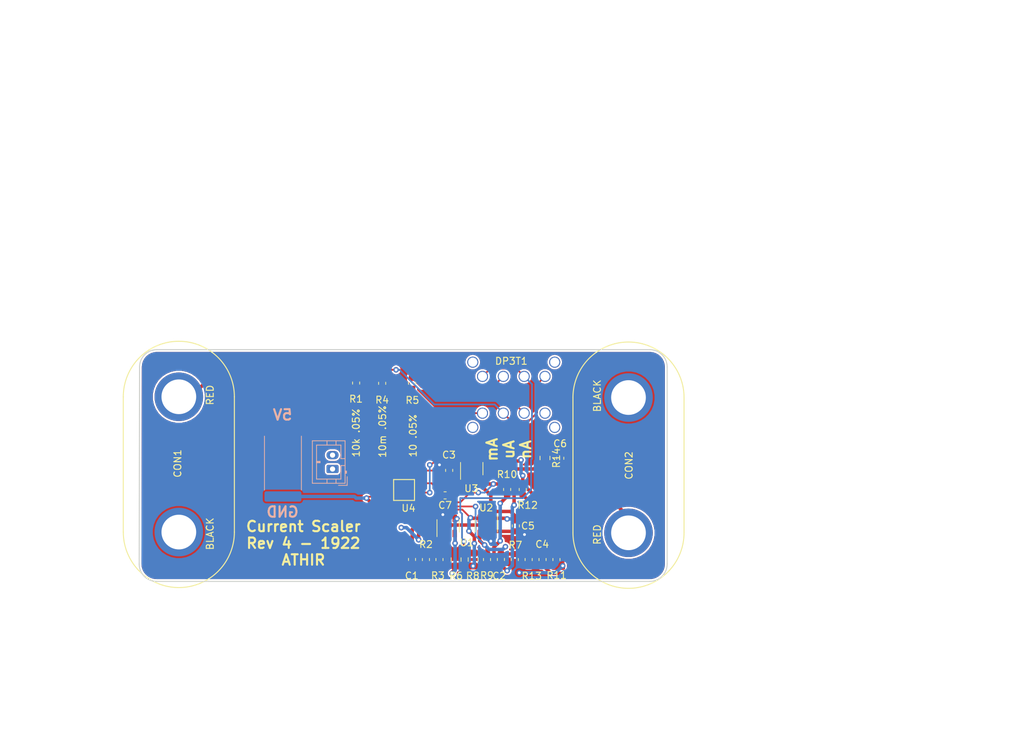
<source format=kicad_pcb>
(kicad_pcb (version 20171130) (host pcbnew "(5.1.0)-1")
  (layers (0 F.Cu signal) (31 B.Cu signal) (34 B.Paste user) (35 F.Paste user) (36 B.SilkS user) (37 F.SilkS user) (38 B.Mask user) (39 F.Mask user) (44 Edge.Cuts user))
  (net 0 "")
  (net 1 GND)
  (net 2 "Net-(R10-Pad2)")
  (net 3 "Net-(DP3T1-Pad1)")
  (net 4 "Net-(DP3T1-Pad2)")
  (net 5 "Net-(DP3T1-Pad4)")
  (net 6 GNDREF)
  (net 7 "Net-(C6-Pad1)")
  (net 8 "Net-(C4-Pad2)")
  (net 9 "Net-(DP3T1-Pad6)")
  (net 10 "Net-(R8-Pad1)")
  (net 11 "Net-(R2-Pad2)")
  (net 12 "Net-(C4-Pad1)")
  (net 13 "Net-(R12-Pad1)")
  (net 14 "Net-(C2-Pad1)")
  (net 15 "Net-(C2-Pad2)")
  (net 16 "Net-(R6-Pad2)")
  (net 17 "Net-(CON1-Pad1)")
  (net 18 +5V)
  (net 19 "Net-(C7-Pad2)")
  (module athir:uMAX8 (layer F.Cu) (at 135.934999 112.82)
    (fp_text reference U4 (at 0.61 2.63) (layer F.SilkS))
    (fp_text value MAX44246)
    (fp_line (start -1.53 1.51) (end -1.54 -1.5) (layer F.SilkS) (width 0.15))
    (fp_line (start 1.47 1.51) (end -1.53 1.51) (layer F.SilkS) (width 0.15))
    (fp_line (start 1.47 -1.5) (end 1.47 1.51) (layer F.SilkS) (width 0.15))
    (fp_line (start -1.54 -1.5) (end 1.47 -1.5) (layer F.SilkS) (width 0.15))
    (pad 1 smd rect (at -2.22 -0.97) (size 0.66 0.36) (layers F.Cu F.Paste F.Mask) (net 14 "Net-(C2-Pad1)"))
    (pad 2 smd rect (at -2.22 -0.32) (size 0.66 0.36) (layers F.Cu F.Paste F.Mask) (net 15 "Net-(C2-Pad2)"))
    (pad 4 smd rect (at -2.22 0.98) (size 0.66 0.36) (layers F.Cu F.Paste F.Mask) (net 1 GND))
    (pad 3 smd rect (at -2.22 0.325) (size 0.66 0.36) (layers F.Cu F.Paste F.Mask) (net 10 "Net-(R8-Pad1)"))
    (pad 6 smd rect (at 2.23 0.335) (size 0.66 0.36) (layers F.Cu F.Paste F.Mask) (net 8 "Net-(C4-Pad2)"))
    (pad 5 smd rect (at 2.23 0.99) (size 0.66 0.36) (layers F.Cu F.Paste F.Mask) (net 14 "Net-(C2-Pad1)"))
    (pad 7 smd rect (at 2.23 -0.31) (size 0.66 0.36) (layers F.Cu F.Paste F.Mask) (net 12 "Net-(C4-Pad1)"))
    (pad 8 smd rect (at 2.23 -0.96) (size 0.66 0.36) (layers F.Cu F.Paste F.Mask) (net 19 "Net-(C7-Pad2)"))
  )
  (module Capacitor_SMD:C_0603_1608Metric (layer F.Cu) (at 141.8125 113.6 180)
    (fp_text reference C7 (at 0 -1.43 180) (layer F.SilkS))
    (fp_text value 100nF)
    (fp_line (start -0.162779 0.51) (end 0.162779 0.51) (layer F.SilkS) (width 0.12))
    (fp_line (start -0.162779 -0.51) (end 0.162779 -0.51) (layer F.SilkS) (width 0.12))
    (pad 2 smd roundrect (at 0.7875 0 180) (size 0.875 0.95) (layers F.Cu F.Paste F.Mask) (net 19 "Net-(C7-Pad2)"))
    (pad 1 smd roundrect (at -0.7875 0 180) (size 0.875 0.95) (layers F.Cu F.Paste F.Mask) (net 1 GND))
  )
  (module Connector_JST:JST_PH_B2B-PH-K_1x02_P2.00mm_Vertical (layer B.Cu) (at 125.6 109.8 90)
    (fp_text reference REF** hide)
    (fp_text value JST_PH_B2B-PH-K_1x02_P2.00mm_Vertical)
    (fp_line (start -2.36 2.11) (end -2.36 0.86) (layer B.SilkS) (width 0.12))
    (fp_line (start -1.11 2.11) (end -2.36 2.11) (layer B.SilkS) (width 0.12))
    (fp_line (start 1 -2.3) (end 1 -1.8) (layer B.SilkS) (width 0.12))
    (fp_line (start 1.1 -1.8) (end 1.1 -2.3) (layer B.SilkS) (width 0.12))
    (fp_line (start 0.9 -1.8) (end 1.1 -1.8) (layer B.SilkS) (width 0.12))
    (fp_line (start 0.9 -2.3) (end 0.9 -1.8) (layer B.SilkS) (width 0.12))
    (fp_line (start 4.06 -0.8) (end 3.45 -0.8) (layer B.SilkS) (width 0.12))
    (fp_line (start 4.06 0.5) (end 3.45 0.5) (layer B.SilkS) (width 0.12))
    (fp_line (start -2.06 -0.8) (end -1.45 -0.8) (layer B.SilkS) (width 0.12))
    (fp_line (start -2.06 0.5) (end -1.45 0.5) (layer B.SilkS) (width 0.12))
    (fp_line (start 1.5 1.2) (end 1.5 1.81) (layer B.SilkS) (width 0.12))
    (fp_line (start 3.45 1.2) (end 1.5 1.2) (layer B.SilkS) (width 0.12))
    (fp_line (start 3.45 -2.3) (end 3.45 1.2) (layer B.SilkS) (width 0.12))
    (fp_line (start -1.45 -2.3) (end 3.45 -2.3) (layer B.SilkS) (width 0.12))
    (fp_line (start -1.45 1.2) (end -1.45 -2.3) (layer B.SilkS) (width 0.12))
    (fp_line (start 0.5 1.2) (end -1.45 1.2) (layer B.SilkS) (width 0.12))
    (fp_line (start 0.5 1.81) (end 0.5 1.2) (layer B.SilkS) (width 0.12))
    (fp_line (start -0.3 1.91) (end -0.6 1.91) (layer B.SilkS) (width 0.12))
    (fp_line (start -0.6 2.01) (end -0.6 1.81) (layer B.SilkS) (width 0.12))
    (fp_line (start -0.3 2.01) (end -0.6 2.01) (layer B.SilkS) (width 0.12))
    (fp_line (start -0.3 1.81) (end -0.3 2.01) (layer B.SilkS) (width 0.12))
    (fp_line (start 4.06 1.81) (end -2.06 1.81) (layer B.SilkS) (width 0.12))
    (fp_line (start 4.06 -2.91) (end 4.06 1.81) (layer B.SilkS) (width 0.12))
    (fp_line (start -2.06 -2.91) (end 4.06 -2.91) (layer B.SilkS) (width 0.12))
    (fp_line (start -2.06 1.81) (end -2.06 -2.91) (layer B.SilkS) (width 0.12))
    (pad 2 thru_hole oval (at 2 0 90) (size 1.2 1.75) (drill 0.75) (layers *.Cu *.Mask))
    (pad 1 thru_hole roundrect (at 0 0 90) (size 1.2 1.75) (drill 0.75) (layers *.Cu *.Mask) (roundrect_rratio 0.208333))
  )
  (module Resistor_SMD:R_4020_10251Metric (layer B.Cu) (at 118.45 108.95 270)
    (fp_text reference BT1 hide)
    (fp_text value Battery_Cell)
    (fp_line (start -3.886252 -2.66) (end 3.886252 -2.66) (layer B.SilkS) (width 0.12))
    (fp_line (start -3.886252 2.66) (end 3.886252 2.66) (layer B.SilkS) (width 0.12))
    (pad 2 smd roundrect (at 4.8125 0 270) (size 1.475 5.3) (layers B.Cu B.Paste B.Mask) (roundrect_rratio 0.169492) (net 1 GND))
    (pad 1 smd roundrect (at -4.8125 0 270) (size 1.475 5.3) (layers B.Cu B.Paste B.Mask) (roundrect_rratio 0.169492) (net 18 +5V))
  )
  (module Resistor_SMD:R_0805_2012Metric (layer F.Cu) (at 156.2 108.2125 270)
    (fp_text reference R14 (at 0 -1.65 270) (layer F.SilkS))
    (fp_text value 100)
    (fp_line (start -0.258578 0.71) (end 0.258578 0.71) (layer F.SilkS) (width 0.12))
    (fp_line (start -0.258578 -0.71) (end 0.258578 -0.71) (layer F.SilkS) (width 0.12))
    (pad 2 smd roundrect (at 0.9375 0 270) (size 0.975 1.4) (layers F.Cu F.Paste F.Mask) (net 12 "Net-(C4-Pad1)"))
    (pad 1 smd roundrect (at -0.9375 0 270) (size 0.975 1.4) (layers F.Cu F.Paste F.Mask) (net 7 "Net-(C6-Pad1)"))
  )
  (module Resistor_SMD:R_0805_2012Metric (layer F.Cu) (at 145.85 122.85 90)
    (fp_text reference R8 (at -2.35 -0.05 180) (layer F.SilkS))
    (fp_text value 100)
    (fp_line (start -0.258578 0.71) (end 0.258578 0.71) (layer F.SilkS) (width 0.12))
    (fp_line (start -0.258578 -0.71) (end 0.258578 -0.71) (layer F.SilkS) (width 0.12))
    (pad 2 smd roundrect (at 0.9375 0 90) (size 0.975 1.4) (layers F.Cu F.Paste F.Mask) (net 9 "Net-(DP3T1-Pad6)"))
    (pad 1 smd roundrect (at -0.9375 0 90) (size 0.975 1.4) (layers F.Cu F.Paste F.Mask) (net 10 "Net-(R8-Pad1)"))
  )
  (module Resistor_SMD:R_0805_2012Metric (layer F.Cu) (at 143.4 122.85 270)
    (fp_text reference R6 (at 2.35 0) (layer F.SilkS))
    (fp_text value 100)
    (fp_line (start -0.258578 0.71) (end 0.258578 0.71) (layer F.SilkS) (width 0.12))
    (fp_line (start -0.258578 -0.71) (end 0.258578 -0.71) (layer F.SilkS) (width 0.12))
    (pad 2 smd roundrect (at 0.9375 0 270) (size 0.975 1.4) (layers F.Cu F.Paste F.Mask) (net 16 "Net-(R6-Pad2)"))
    (pad 1 smd roundrect (at -0.9375 0 270) (size 0.975 1.4) (layers F.Cu F.Paste F.Mask) (net 6 GNDREF))
  )
  (module athir:OS203013MT6QN1 (layer F.Cu) (at 151.7 99.1 180)
    (fp_text reference DP3T1 (at 0.35 4.85 180) (layer F.SilkS))
    (fp_text value OS203013MT6QN1)
    (pad 1 thru_hole circle (at -4.5 -2.65 180) (size 1.6 1.6) (drill 1.3) (layers *.Cu *.Mask) (net 3 "Net-(DP3T1-Pad1)"))
    (pad 2 thru_hole circle (at -1.5 -2.65 180) (size 1.6 1.6) (drill 1.3) (layers *.Cu *.Mask) (net 4 "Net-(DP3T1-Pad2)"))
    (pad 3 thru_hole circle (at 1.5 -2.65 180) (size 1.6 1.6) (drill 1.3) (layers *.Cu *.Mask) (net 17 "Net-(CON1-Pad1)"))
    (pad 4 thru_hole circle (at 4.5 -2.65 180) (size 1.6 1.6) (drill 1.3) (layers *.Cu *.Mask) (net 5 "Net-(DP3T1-Pad4)"))
    (pad 5 thru_hole circle (at -4.5 2.65 180) (size 1.6 1.6) (drill 1.3) (layers *.Cu *.Mask) (net 17 "Net-(CON1-Pad1)"))
    (pad 7 thru_hole circle (at 1.5 2.65 180) (size 1.6 1.6) (drill 1.3) (layers *.Cu *.Mask) (net 4 "Net-(DP3T1-Pad2)"))
    (pad 8 thru_hole circle (at 4.5 2.65 180) (size 1.6 1.6) (drill 1.3) (layers *.Cu *.Mask) (net 9 "Net-(DP3T1-Pad6)"))
    (pad 6 thru_hole circle (at -1.5 2.65 180) (size 1.6 1.6) (drill 1.3) (layers *.Cu *.Mask) (net 9 "Net-(DP3T1-Pad6)"))
    (pad "" np_thru_hole circle (at 5.9 4.7 180) (size 1.6 1.6) (drill 1.3) (layers *.Cu *.Mask))
    (pad "" np_thru_hole circle (at -5.9 4.7 180) (size 1.6 1.6) (drill 1.3) (layers *.Cu *.Mask))
    (pad "" np_thru_hole circle (at -5.9 -4.7 180) (size 1.6 1.6) (drill 1.3) (layers *.Cu *.Mask))
    (pad "" np_thru_hole circle (at 5.9 -4.7 180) (size 1.6 1.6) (drill 1.3) (layers *.Cu *.Mask))
  )
  (module athir:6778759 (layer F.Cu) (at 168.23 109.25 90)
    (fp_text reference CON2 (at -0.04 0.07 90) (layer F.SilkS))
    (fp_text value RS677-8759)
    (fp_text user BLACK (at 10 -4.5 90) (layer F.SilkS))
    (fp_text user RED (at -10 -4.5 90) (layer F.SilkS))
    (fp_line (start 9.75 -8) (end -9.75 -8) (layer F.SilkS) (width 0.15))
    (fp_line (start -9.75 8) (end 9.75 8) (layer F.SilkS) (width 0.15))
    (fp_arc (start -9.75 0) (end -9.75 -8) (angle -180) (layer F.SilkS) (width 0.15))
    (fp_arc (start 9.75 0) (end 9.75 8) (angle -180) (layer F.SilkS) (width 0.15))
    (pad 1 thru_hole circle (at -9.75 0 90) (size 7 7) (drill 5) (layers *.Cu *.Mask) (net 7 "Net-(C6-Pad1)"))
    (pad 2 thru_hole circle (at 9.75 0 90) (size 7 7) (drill 5) (layers *.Cu *.Mask) (net 6 GNDREF))
  )
  (module athir:6778759 (layer F.Cu) (at 103.46 109.14 270)
    (fp_text reference CON1 (at -0.13 0.17 270) (layer F.SilkS))
    (fp_text value RS677-8759)
    (fp_text user BLACK (at 10 -4.5 270) (layer F.SilkS))
    (fp_text user RED (at -10 -4.5 270) (layer F.SilkS))
    (fp_line (start 9.75 -8) (end -9.75 -8) (layer F.SilkS) (width 0.15))
    (fp_line (start -9.75 8) (end 9.75 8) (layer F.SilkS) (width 0.15))
    (fp_arc (start -9.75 0) (end -9.75 -8) (angle -180) (layer F.SilkS) (width 0.15))
    (fp_arc (start 9.75 0) (end 9.75 8) (angle -180) (layer F.SilkS) (width 0.15))
    (pad 1 thru_hole circle (at -9.75 0 270) (size 7 7) (drill 5) (layers *.Cu *.Mask) (net 17 "Net-(CON1-Pad1)"))
    (pad 2 thru_hole circle (at 9.75 0 270) (size 7 7) (drill 5) (layers *.Cu *.Mask) (net 6 GNDREF))
  )
  (module Capacitor_SMD:C_0603_1608Metric (layer F.Cu) (at 149.85 122.8375 90)
    (fp_text reference C2 (at -2.3825 -0.25 180) (layer F.SilkS))
    (fp_text value 10p)
    (fp_line (start -0.162779 -0.51) (end 0.162779 -0.51) (layer F.SilkS) (width 0.12))
    (fp_line (start -0.162779 0.51) (end 0.162779 0.51) (layer F.SilkS) (width 0.12))
    (pad 1 smd roundrect (at -0.7875 0 90) (size 0.875 0.95) (layers F.Cu F.Paste F.Mask) (net 14 "Net-(C2-Pad1)"))
    (pad 2 smd roundrect (at 0.7875 0 90) (size 0.875 0.95) (layers F.Cu F.Paste F.Mask) (net 15 "Net-(C2-Pad2)"))
  )
  (module Package_TO_SOT_SMD:SOT-23-5 (layer F.Cu) (at 142.25 118 90)
    (fp_text reference U1 (at -2.42 2.67 180) (layer F.SilkS))
    (fp_text value LMV321)
    (fp_line (start -0.9 1.61) (end 0.9 1.61) (layer F.SilkS) (width 0.12))
    (fp_line (start 0.9 -1.61) (end -1.55 -1.61) (layer F.SilkS) (width 0.12))
    (pad 1 smd rect (at -1.1 -0.95 90) (size 1.06 0.65) (layers F.Cu F.Paste F.Mask) (net 11 "Net-(R2-Pad2)"))
    (pad 2 smd rect (at -1.1 0 90) (size 1.06 0.65) (layers F.Cu F.Paste F.Mask) (net 1 GND))
    (pad 3 smd rect (at -1.1 0.95 90) (size 1.06 0.65) (layers F.Cu F.Paste F.Mask) (net 16 "Net-(R6-Pad2)"))
    (pad 4 smd rect (at 1.1 0.95 90) (size 1.06 0.65) (layers F.Cu F.Paste F.Mask) (net 16 "Net-(R6-Pad2)"))
    (pad 5 smd rect (at 1.1 -0.95 90) (size 1.06 0.65) (layers F.Cu F.Paste F.Mask) (net 18 +5V))
  )
  (module Package_TO_SOT_SMD:SOT-23-6 (layer F.Cu) (at 147.75 118 270)
    (fp_text reference U2 (at -2.61 0.02) (layer F.SilkS))
    (fp_text value MAX4239AUT)
    (fp_line (start 0.9 -1.61) (end -1.55 -1.61) (layer F.SilkS) (width 0.12))
    (fp_line (start -0.9 1.61) (end 0.9 1.61) (layer F.SilkS) (width 0.12))
    (pad 5 smd rect (at 1.1 0 270) (size 1.06 0.65) (layers F.Cu F.Paste F.Mask) (net 18 +5V))
    (pad 6 smd rect (at 1.1 -0.95 270) (size 1.06 0.65) (layers F.Cu F.Paste F.Mask) (net 18 +5V))
    (pad 4 smd rect (at 1.1 0.95 270) (size 1.06 0.65) (layers F.Cu F.Paste F.Mask) (net 15 "Net-(C2-Pad2)"))
    (pad 3 smd rect (at -1.1 0.95 270) (size 1.06 0.65) (layers F.Cu F.Paste F.Mask) (net 10 "Net-(R8-Pad1)"))
    (pad 2 smd rect (at -1.1 0 270) (size 1.06 0.65) (layers F.Cu F.Paste F.Mask) (net 1 GND))
    (pad 1 smd rect (at -1.1 -0.95 270) (size 1.06 0.65) (layers F.Cu F.Paste F.Mask) (net 14 "Net-(C2-Pad1)"))
  )
  (module Package_TO_SOT_SMD:SOT-23-6 (layer F.Cu) (at 145.65 109.75 90)
    (fp_text reference U3 (at -2.87 -0.06 180) (layer F.SilkS))
    (fp_text value MAX4239AUT)
    (fp_line (start -0.9 1.61) (end 0.9 1.61) (layer F.SilkS) (width 0.12))
    (fp_line (start 0.9 -1.61) (end -1.55 -1.61) (layer F.SilkS) (width 0.12))
    (pad 1 smd rect (at -1.1 -0.95 90) (size 1.06 0.65) (layers F.Cu F.Paste F.Mask) (net 12 "Net-(C4-Pad1)"))
    (pad 2 smd rect (at -1.1 0 90) (size 1.06 0.65) (layers F.Cu F.Paste F.Mask) (net 1 GND))
    (pad 3 smd rect (at -1.1 0.95 90) (size 1.06 0.65) (layers F.Cu F.Paste F.Mask) (net 14 "Net-(C2-Pad1)"))
    (pad 4 smd rect (at 1.1 0.95 90) (size 1.06 0.65) (layers F.Cu F.Paste F.Mask) (net 8 "Net-(C4-Pad2)"))
    (pad 6 smd rect (at 1.1 -0.95 90) (size 1.06 0.65) (layers F.Cu F.Paste F.Mask) (net 18 +5V))
    (pad 5 smd rect (at 1.1 0 90) (size 1.06 0.65) (layers F.Cu F.Paste F.Mask) (net 18 +5V))
  )
  (module Resistor_SMD:R_0603_1608Metric (layer F.Cu) (at 147.85 122.85 90)
    (fp_text reference R9 (at -2.3 -0.02 180) (layer F.SilkS))
    (fp_text value "6.8k .05%")
    (fp_line (start -0.162779 -0.51) (end 0.162779 -0.51) (layer F.SilkS) (width 0.12))
    (fp_line (start -0.162779 0.51) (end 0.162779 0.51) (layer F.SilkS) (width 0.12))
    (pad 1 smd roundrect (at -0.7875 0 90) (size 0.875 0.95) (layers F.Cu F.Paste F.Mask) (net 2 "Net-(R10-Pad2)"))
    (pad 2 smd roundrect (at 0.7875 0 90) (size 0.875 0.95) (layers F.Cu F.Paste F.Mask) (net 15 "Net-(C2-Pad2)"))
  )
  (module Resistor_SMD:R_0603_1608Metric (layer F.Cu) (at 150.75 112.75 270)
    (fp_text reference R10 (at -2.17 0.02) (layer F.SilkS))
    (fp_text value "2.2k .05%")
    (fp_line (start -0.162779 -0.51) (end 0.162779 -0.51) (layer F.SilkS) (width 0.12))
    (fp_line (start -0.162779 0.51) (end 0.162779 0.51) (layer F.SilkS) (width 0.12))
    (pad 1 smd roundrect (at -0.7875 0 270) (size 0.875 0.95) (layers F.Cu F.Paste F.Mask) (net 14 "Net-(C2-Pad1)"))
    (pad 2 smd roundrect (at 0.7875 0 270) (size 0.875 0.95) (layers F.Cu F.Paste F.Mask) (net 2 "Net-(R10-Pad2)"))
  )
  (module Resistor_SMD:R_0603_1608Metric (layer F.Cu) (at 132.75 97.45 270)
    (fp_text reference R4 (at 2.4 0.01) (layer F.SilkS))
    (fp_text value "10m .05%" (at 6.95 -0.05 270) (layer F.SilkS))
    (fp_line (start -0.162779 0.51) (end 0.162779 0.51) (layer F.SilkS) (width 0.12))
    (fp_line (start -0.162779 -0.51) (end 0.162779 -0.51) (layer F.SilkS) (width 0.12))
    (pad 2 smd roundrect (at 0.7875 0 270) (size 0.875 0.95) (layers F.Cu F.Paste F.Mask) (net 6 GNDREF))
    (pad 1 smd roundrect (at -0.7875 0 270) (size 0.875 0.95) (layers F.Cu F.Paste F.Mask) (net 5 "Net-(DP3T1-Pad4)"))
  )
  (module Resistor_SMD:R_0603_1608Metric (layer F.Cu) (at 151.85 122.85 90)
    (fp_text reference R7 (at 2.09 0.09 180) (layer F.SilkS))
    (fp_text value "1k .05%")
    (fp_line (start -0.162779 -0.51) (end 0.162779 -0.51) (layer F.SilkS) (width 0.12))
    (fp_line (start -0.162779 0.51) (end 0.162779 0.51) (layer F.SilkS) (width 0.12))
    (pad 1 smd roundrect (at -0.7875 0 90) (size 0.875 0.95) (layers F.Cu F.Paste F.Mask) (net 6 GNDREF))
    (pad 2 smd roundrect (at 0.7875 0 90) (size 0.875 0.95) (layers F.Cu F.Paste F.Mask) (net 15 "Net-(C2-Pad2)"))
  )
  (module Resistor_SMD:R_0603_1608Metric (layer F.Cu) (at 137.05 97.45 270)
    (fp_text reference R5 (at 2.44 -0.05) (layer F.SilkS))
    (fp_text value "10 .05%" (at 7.55 -0.15 270) (layer F.SilkS))
    (fp_line (start -0.162779 -0.51) (end 0.162779 -0.51) (layer F.SilkS) (width 0.12))
    (fp_line (start -0.162779 0.51) (end 0.162779 0.51) (layer F.SilkS) (width 0.12))
    (pad 1 smd roundrect (at -0.7875 0 270) (size 0.875 0.95) (layers F.Cu F.Paste F.Mask) (net 4 "Net-(DP3T1-Pad2)"))
    (pad 2 smd roundrect (at 0.7875 0 270) (size 0.875 0.95) (layers F.Cu F.Paste F.Mask) (net 5 "Net-(DP3T1-Pad4)"))
  )
  (module Resistor_SMD:R_0603_1608Metric (layer F.Cu) (at 153.85 122.85 90)
    (fp_text reference R13 (at -2.37 0.45 180) (layer F.SilkS))
    (fp_text value "2.2k .05%")
    (fp_line (start -0.162779 -0.51) (end 0.162779 -0.51) (layer F.SilkS) (width 0.12))
    (fp_line (start -0.162779 0.51) (end 0.162779 0.51) (layer F.SilkS) (width 0.12))
    (pad 1 smd roundrect (at -0.7875 0 90) (size 0.875 0.95) (layers F.Cu F.Paste F.Mask) (net 12 "Net-(C4-Pad1)"))
    (pad 2 smd roundrect (at 0.7875 0 90) (size 0.875 0.95) (layers F.Cu F.Paste F.Mask) (net 13 "Net-(R12-Pad1)"))
  )
  (module Resistor_SMD:R_0603_1608Metric (layer F.Cu) (at 141 122.85 270)
    (fp_text reference R3 (at 2.32 0.23) (layer F.SilkS))
    (fp_text value "100k 1%")
    (fp_line (start -0.162779 0.51) (end 0.162779 0.51) (layer F.SilkS) (width 0.12))
    (fp_line (start -0.162779 -0.51) (end 0.162779 -0.51) (layer F.SilkS) (width 0.12))
    (pad 2 smd roundrect (at 0.7875 0 270) (size 0.875 0.95) (layers F.Cu F.Paste F.Mask) (net 1 GND))
    (pad 1 smd roundrect (at -0.7875 0 270) (size 0.875 0.95) (layers F.Cu F.Paste F.Mask) (net 11 "Net-(R2-Pad2)"))
  )
  (module Resistor_SMD:R_0603_1608Metric (layer F.Cu) (at 139.05 122.85 270)
    (fp_text reference R2 (at -2.18 -0.01) (layer F.SilkS))
    (fp_text value "100k 1%")
    (fp_line (start -0.162779 0.51) (end 0.162779 0.51) (layer F.SilkS) (width 0.12))
    (fp_line (start -0.162779 -0.51) (end 0.162779 -0.51) (layer F.SilkS) (width 0.12))
    (pad 2 smd roundrect (at 0.7875 0 270) (size 0.875 0.95) (layers F.Cu F.Paste F.Mask) (net 11 "Net-(R2-Pad2)"))
    (pad 1 smd roundrect (at -0.7875 0 270) (size 0.875 0.95) (layers F.Cu F.Paste F.Mask) (net 18 +5V))
  )
  (module Resistor_SMD:R_0603_1608Metric (layer F.Cu) (at 129 97.41 270)
    (fp_text reference R1 (at 2.3 0.02) (layer F.SilkS))
    (fp_text value "10k .05%" (at 7.19 0 270) (layer F.SilkS))
    (fp_line (start -0.162779 -0.51) (end 0.162779 -0.51) (layer F.SilkS) (width 0.12))
    (fp_line (start -0.162779 0.51) (end 0.162779 0.51) (layer F.SilkS) (width 0.12))
    (pad 1 smd roundrect (at -0.7875 0 270) (size 0.875 0.95) (layers F.Cu F.Paste F.Mask) (net 17 "Net-(CON1-Pad1)"))
    (pad 2 smd roundrect (at 0.7875 0 270) (size 0.875 0.95) (layers F.Cu F.Paste F.Mask) (net 6 GNDREF))
  )
  (module Resistor_SMD:R_0603_1608Metric (layer F.Cu) (at 153 112.75 90)
    (fp_text reference R12 (at -2.27 0.71 180) (layer F.SilkS))
    (fp_text value "6.8k .05%")
    (fp_line (start -0.162779 -0.51) (end 0.162779 -0.51) (layer F.SilkS) (width 0.12))
    (fp_line (start -0.162779 0.51) (end 0.162779 0.51) (layer F.SilkS) (width 0.12))
    (pad 1 smd roundrect (at -0.7875 0 90) (size 0.875 0.95) (layers F.Cu F.Paste F.Mask) (net 13 "Net-(R12-Pad1)"))
    (pad 2 smd roundrect (at 0.7875 0 90) (size 0.875 0.95) (layers F.Cu F.Paste F.Mask) (net 8 "Net-(C4-Pad2)"))
  )
  (module Capacitor_SMD:C_0603_1608Metric (layer F.Cu) (at 158.4 108.25 270)
    (fp_text reference C6 (at -2.11 0.02) (layer F.SilkS))
    (fp_text value 100nF)
    (fp_line (start -0.162779 0.51) (end 0.162779 0.51) (layer F.SilkS) (width 0.12))
    (fp_line (start -0.162779 -0.51) (end 0.162779 -0.51) (layer F.SilkS) (width 0.12))
    (pad 2 smd roundrect (at 0.7875 0 270) (size 0.875 0.95) (layers F.Cu F.Paste F.Mask) (net 6 GNDREF))
    (pad 1 smd roundrect (at -0.7875 0 270) (size 0.875 0.95) (layers F.Cu F.Paste F.Mask) (net 7 "Net-(C6-Pad1)"))
  )
  (module Resistor_SMD:R_0603_1608Metric (layer F.Cu) (at 157.85 122.85 90)
    (fp_text reference R11 (at -2.28 0.03 180) (layer F.SilkS))
    (fp_text value "1k .05%")
    (fp_line (start -0.162779 0.51) (end 0.162779 0.51) (layer F.SilkS) (width 0.12))
    (fp_line (start -0.162779 -0.51) (end 0.162779 -0.51) (layer F.SilkS) (width 0.12))
    (pad 2 smd roundrect (at 0.7875 0 90) (size 0.875 0.95) (layers F.Cu F.Paste F.Mask) (net 8 "Net-(C4-Pad2)"))
    (pad 1 smd roundrect (at -0.7875 0 90) (size 0.875 0.95) (layers F.Cu F.Paste F.Mask) (net 6 GNDREF))
  )
  (module Capacitor_SMD:C_0603_1608Metric (layer F.Cu) (at 152 118 90)
    (fp_text reference C5 (at 0 1.74 180) (layer F.SilkS))
    (fp_text value 100nF)
    (fp_line (start -0.162779 -0.51) (end 0.162779 -0.51) (layer F.SilkS) (width 0.12))
    (fp_line (start -0.162779 0.51) (end 0.162779 0.51) (layer F.SilkS) (width 0.12))
    (pad 1 smd roundrect (at -0.7875 0 90) (size 0.875 0.95) (layers F.Cu F.Paste F.Mask) (net 18 +5V))
    (pad 2 smd roundrect (at 0.7875 0 90) (size 0.875 0.95) (layers F.Cu F.Paste F.Mask) (net 1 GND))
  )
  (module Capacitor_SMD:C_0603_1608Metric (layer F.Cu) (at 155.85 122.85 90)
    (fp_text reference C4 (at 2.2 -0.05 180) (layer F.SilkS))
    (fp_text value 10p)
    (fp_line (start -0.162779 0.51) (end 0.162779 0.51) (layer F.SilkS) (width 0.12))
    (fp_line (start -0.162779 -0.51) (end 0.162779 -0.51) (layer F.SilkS) (width 0.12))
    (pad 2 smd roundrect (at 0.7875 0 90) (size 0.875 0.95) (layers F.Cu F.Paste F.Mask) (net 8 "Net-(C4-Pad2)"))
    (pad 1 smd roundrect (at -0.7875 0 90) (size 0.875 0.95) (layers F.Cu F.Paste F.Mask) (net 12 "Net-(C4-Pad1)"))
  )
  (module Capacitor_SMD:C_0603_1608Metric (layer F.Cu) (at 142.4 110 270)
    (fp_text reference C3 (at -2.23 0.03) (layer F.SilkS))
    (fp_text value 100nF)
    (fp_line (start -0.162779 -0.51) (end 0.162779 -0.51) (layer F.SilkS) (width 0.12))
    (fp_line (start -0.162779 0.51) (end 0.162779 0.51) (layer F.SilkS) (width 0.12))
    (pad 1 smd roundrect (at -0.7875 0 270) (size 0.875 0.95) (layers F.Cu F.Paste F.Mask) (net 18 +5V))
    (pad 2 smd roundrect (at 0.7875 0 270) (size 0.875 0.95) (layers F.Cu F.Paste F.Mask) (net 1 GND))
  )
  (module Capacitor_SMD:C_0603_1608Metric (layer F.Cu) (at 137.05 122.8375 270)
    (fp_text reference C1 (at 2.3525 0.04) (layer F.SilkS))
    (fp_text value 100nF)
    (fp_line (start -0.162779 0.51) (end 0.162779 0.51) (layer F.SilkS) (width 0.12))
    (fp_line (start -0.162779 -0.51) (end 0.162779 -0.51) (layer F.SilkS) (width 0.12))
    (pad 2 smd roundrect (at 0.7875 0 270) (size 0.875 0.95) (layers F.Cu F.Paste F.Mask) (net 1 GND))
    (pad 1 smd roundrect (at -0.7875 0 270) (size 0.875 0.95) (layers F.Cu F.Paste F.Mask) (net 18 +5V))
  )
  (gr_text 5V (at 118.4 102) (layer B.SilkS) (effects (font (size 1.5 1.5) (thickness 0.3)) (justify mirror)))
  (gr_text GND (at 118.4 116) (layer B.SilkS) (effects (font (size 1.5 1.5) (thickness 0.3)) (justify mirror)))
  (gr_text "mA\nuA\nnA" (at 151 107 90) (layer F.SilkS) (effects (font (size 1.5 1.5) (thickness 0.3))))
  (gr_text "Current Scaler\nRev 4 - 1922\nATHIR" (at 121.4 120.5) (layer F.SilkS) (effects (font (size 1.5 1.5) (thickness 0.3))))
  (gr_arc (start 100.3 95.1) (end 100.3 92.6) (angle -90) (layer Edge.Cuts) (width 0.15))
  (gr_arc (start 100.25 123.5) (end 97.75 123.5) (angle -90) (layer Edge.Cuts) (width 0.15))
  (gr_arc (start 171.3 123.5) (end 171.3 126) (angle -90) (layer Edge.Cuts) (width 0.15))
  (gr_arc (start 171.3 95.1) (end 173.8 95.1) (angle -90) (layer Edge.Cuts) (width 0.15))
  (gr_line (start 97.75 123.5) (end 97.8 95.1) (layer Edge.Cuts) (width 0.15))
  (gr_line (start 171.3 126) (end 100.25 126) (layer Edge.Cuts) (width 0.15))
  (gr_line (start 173.8 95.1) (end 173.8 123.5) (layer Edge.Cuts) (width 0.15))
  (gr_line (start 100.3 92.6) (end 171.3 92.6) (layer Edge.Cuts) (width 0.15))
  (segment (start 148.014999 115.919999) (end 147.75 116.184998) (width 0.5) (layer F.Cu) (net 1))
  (segment (start 151.244999 115.919999) (end 148.014999 115.919999) (width 0.5) (layer F.Cu) (net 1))
  (segment (start 152 116.675) (end 151.244999 115.919999) (width 0.5) (layer F.Cu) (net 1))
  (segment (start 152 117.2125) (end 152 116.675) (width 0.5) (layer F.Cu) (net 1))
  (segment (start 137.511612 124.086612) (end 137.05 123.625) (width 0.5) (layer F.Cu) (net 1))
  (segment (start 137.95001 124.52501) (end 137.511612 124.086612) (width 0.5) (layer F.Cu) (net 1))
  (segment (start 140.16249 124.52501) (end 137.95001 124.52501) (width 0.5) (layer F.Cu) (net 1))
  (segment (start 141.05 123.6375) (end 140.16249 124.52501) (width 0.5) (layer F.Cu) (net 1))
  (segment (start 142.25 118.384998) (end 142.25 119.1) (width 0.5) (layer F.Cu) (net 1))
  (segment (start 141.985001 118.119999) (end 142.25 118.384998) (width 0.5) (layer F.Cu) (net 1))
  (segment (start 138.667501 118.119999) (end 141.985001 118.119999) (width 0.5) (layer F.Cu) (net 1))
  (segment (start 138 118.7875) (end 138.667501 118.119999) (width 0.5) (layer F.Cu) (net 1))
  (segment (start 142.754997 117.880001) (end 142.25 118.384998) (width 0.5) (layer F.Cu) (net 1))
  (segment (start 147.485001 117.880001) (end 142.754997 117.880001) (width 0.5) (layer F.Cu) (net 1))
  (segment (start 147.75 117.615002) (end 147.485001 117.880001) (width 0.5) (layer F.Cu) (net 1))
  (segment (start 147.75 116.9) (end 147.75 117.615002) (width 0.5) (layer F.Cu) (net 1))
  (segment (start 147.75 116.184998) (end 147.75 116.9) (width 0.5) (layer F.Cu) (net 1))
  (via (at 135.5 118.25) (size 0.8) (drill 0.4) (layers F.Cu B.Cu) (net 1))
  (via (at 138 120) (size 0.8) (drill 0.4) (layers F.Cu B.Cu) (net 1))
  (segment (start 135.5 118.25) (end 136.25 118.25) (width 0.5) (layer B.Cu) (net 1))
  (segment (start 136.25 118.25) (end 138 120) (width 0.5) (layer B.Cu) (net 1))
  (segment (start 138 120) (end 138 118.7875) (width 0.5) (layer F.Cu) (net 1))
  (segment (start 135.5 120.25) (end 135.5 121.25) (width 0.5) (layer F.Cu) (net 1))
  (segment (start 134.5 119.25) (end 135.5 120.25) (width 0.5) (layer F.Cu) (net 1))
  (segment (start 134.5 118) (end 134.5 119.25) (width 0.5) (layer F.Cu) (net 1))
  (segment (start 130.5 114) (end 134.5 118) (width 0.5) (layer F.Cu) (net 1))
  (via (at 130.5 114) (size 0.8) (drill 0.4) (layers F.Cu B.Cu) (net 1))
  (segment (start 128.7 113.7625) (end 117.7 113.7625) (width 0.5) (layer B.Cu) (net 1))
  (segment (start 136.625 123.625) (end 137.25 123.625) (width 0.5) (layer F.Cu) (net 1))
  (segment (start 148.4 115.534998) (end 147.75 116.184998) (width 0.5) (layer F.Cu) (net 1))
  (segment (start 148.4 113.6) (end 148.4 115.534998) (width 0.5) (layer F.Cu) (net 1))
  (segment (start 145.824999 111.024999) (end 145.824999 111.740001) (width 0.5) (layer F.Cu) (net 1))
  (segment (start 145.65 110.85) (end 145.824999 111.024999) (width 0.5) (layer F.Cu) (net 1))
  (segment (start 145.824999 111.740001) (end 145.914999 111.830001) (width 0.5) (layer F.Cu) (net 1))
  (segment (start 147.462508 112.662508) (end 148.4 113.6) (width 0.5) (layer F.Cu) (net 1))
  (segment (start 145.914999 111.830001) (end 146.590039 111.830001) (width 0.5) (layer F.Cu) (net 1))
  (segment (start 146.590039 111.830001) (end 147.422546 112.662508) (width 0.5) (layer F.Cu) (net 1))
  (segment (start 147.422546 112.662508) (end 147.462508 112.662508) (width 0.5) (layer F.Cu) (net 1))
  (segment (start 142.861612 111.249112) (end 142.4 110.7875) (width 0.5) (layer F.Cu) (net 1))
  (segment (start 143.442501 111.830001) (end 142.861612 111.249112) (width 0.5) (layer F.Cu) (net 1))
  (segment (start 145.385001 111.830001) (end 143.442501 111.830001) (width 0.5) (layer F.Cu) (net 1))
  (segment (start 145.65 111.565002) (end 145.385001 111.830001) (width 0.5) (layer F.Cu) (net 1))
  (segment (start 145.65 110.85) (end 145.65 111.565002) (width 0.5) (layer F.Cu) (net 1))
  (segment (start 136.625 123.625) (end 137.225 123.625) (width 0.5) (layer F.Cu) (net 1))
  (segment (start 135.5 121.275) (end 135.5 122.5) (width 0.5) (layer F.Cu) (net 1))
  (segment (start 135.5 122.5) (end 136.625 123.625) (width 0.5) (layer F.Cu) (net 1))
  (segment (start 141.85 123.6375) (end 141 123.6375) (width 0.5) (layer F.Cu) (net 1))
  (segment (start 142 123.4875) (end 141.85 123.6375) (width 0.5) (layer F.Cu) (net 1))
  (segment (start 142.075001 119.274999) (end 142.075001 119.990001) (width 0.5) (layer F.Cu) (net 1))
  (segment (start 142.25 119.1) (end 142.075001 119.274999) (width 0.5) (layer F.Cu) (net 1))
  (segment (start 142.00001 120.064992) (end 142.00001 121.589953) (width 0.5) (layer F.Cu) (net 1))
  (segment (start 142.075001 119.990001) (end 142.00001 120.064992) (width 0.5) (layer F.Cu) (net 1))
  (segment (start 142.00001 121.589953) (end 142 121.589963) (width 0.5) (layer F.Cu) (net 1))
  (segment (start 142 121.589963) (end 142 123.4875) (width 0.5) (layer F.Cu) (net 1))
  (segment (start 129 114) (end 128.8 113.8) (width 0.5) (layer B.Cu) (net 1))
  (segment (start 130.5 114) (end 129 114) (width 0.5) (layer B.Cu) (net 1))
  (segment (start 142.6 112.672502) (end 143.442501 111.830001) (width 0.5) (layer F.Cu) (net 1))
  (segment (start 142.6 113.6) (end 142.6 112.672502) (width 0.5) (layer F.Cu) (net 1))
  (segment (start 130.7 113.8) (end 130.5 114) (width 0.25) (layer F.Cu) (net 1))
  (segment (start 133.714999 113.8) (end 130.7 113.8) (width 0.25) (layer F.Cu) (net 1))
  (via (at 149.75 114.75) (size 0.8) (drill 0.4) (layers F.Cu B.Cu) (net 2))
  (segment (start 150.75 113.5375) (end 150.75 113.75) (width 0.5) (layer F.Cu) (net 2))
  (segment (start 150.75 113.75) (end 149.75 114.75) (width 0.5) (layer F.Cu) (net 2))
  (via (at 149.75 120.16249) (size 0.8) (drill 0.4) (layers F.Cu B.Cu) (net 2))
  (segment (start 149.75 114.75) (end 149.75 120.16249) (width 0.5) (layer B.Cu) (net 2))
  (segment (start 149.350001 120.562489) (end 149.75 120.16249) (width 0.5) (layer F.Cu) (net 2))
  (segment (start 148.856245 121.056245) (end 149.350001 120.562489) (width 0.5) (layer F.Cu) (net 2))
  (segment (start 147.85 123.6375) (end 148.856245 122.631255) (width 0.5) (layer F.Cu) (net 2))
  (segment (start 148.856245 122.631255) (end 148.856245 121.056245) (width 0.5) (layer F.Cu) (net 2))
  (segment (start 152.400001 100.950001) (end 153.2 101.75) (width 0.25) (layer F.Cu) (net 4))
  (segment (start 149.45 98) (end 152.400001 100.950001) (width 0.25) (layer F.Cu) (net 4))
  (segment (start 137.05 96.6625) (end 138.3875 98) (width 0.25) (layer F.Cu) (net 4))
  (segment (start 138.3875 98) (end 149.45 98) (width 0.25) (layer F.Cu) (net 4))
  (segment (start 149.400001 97.950001) (end 149.45 98) (width 0.25) (layer F.Cu) (net 4))
  (segment (start 149.400001 97.249999) (end 149.400001 97.950001) (width 0.25) (layer F.Cu) (net 4))
  (segment (start 150.2 96.45) (end 149.400001 97.249999) (width 0.25) (layer F.Cu) (net 4))
  (segment (start 140.5625 101.75) (end 147.2 101.75) (width 0.25) (layer F.Cu) (net 5))
  (segment (start 137.05 98.2375) (end 140.5625 101.75) (width 0.25) (layer F.Cu) (net 5))
  (segment (start 134.1625 96.6625) (end 132.75 96.6625) (width 0.25) (layer F.Cu) (net 5))
  (segment (start 137.05 98.2375) (end 135.7375 98.2375) (width 0.25) (layer F.Cu) (net 5))
  (segment (start 135.7375 98.2375) (end 134.1625 96.6625) (width 0.25) (layer F.Cu) (net 5))
  (via (at 158.75 123.75) (size 0.8) (drill 0.4) (layers F.Cu B.Cu) (net 6))
  (segment (start 157.85 123.6375) (end 158.6375 123.6375) (width 0.5) (layer F.Cu) (net 6))
  (segment (start 158.6375 123.6375) (end 158.75 123.75) (width 0.5) (layer F.Cu) (net 6))
  (via (at 152.5 124.75) (size 0.8) (drill 0.4) (layers F.Cu B.Cu) (net 6))
  (segment (start 158.75 123.75) (end 157.75 124.75) (width 0.5) (layer B.Cu) (net 6))
  (segment (start 157.75 124.75) (end 152.5 124.75) (width 0.5) (layer B.Cu) (net 6))
  (segment (start 152.5 124.2875) (end 151.85 123.6375) (width 0.5) (layer F.Cu) (net 6))
  (segment (start 152.5 124.75) (end 152.5 124.2875) (width 0.5) (layer F.Cu) (net 6))
  (segment (start 144.425 122.0625) (end 143.85 122.0625) (width 0.5) (layer F.Cu) (net 6))
  (segment (start 144.6 122.2375) (end 144.425 122.0625) (width 0.5) (layer F.Cu) (net 6))
  (segment (start 144.6 124.8) (end 144.6 122.2375) (width 0.5) (layer F.Cu) (net 6))
  (segment (start 145.1 125.3) (end 144.6 124.8) (width 0.5) (layer F.Cu) (net 6))
  (segment (start 152.5 124.75) (end 151.95 125.3) (width 0.5) (layer F.Cu) (net 6))
  (segment (start 151.95 125.3) (end 145.1 125.3) (width 0.5) (layer F.Cu) (net 6))
  (segment (start 156.2375 107.4625) (end 156.2 107.425) (width 0.5) (layer F.Cu) (net 7))
  (segment (start 158.2 107.4625) (end 156.2375 107.4625) (width 0.5) (layer F.Cu) (net 7))
  (segment (start 168.23 116.6925) (end 168.23 119) (width 0.5) (layer F.Cu) (net 7))
  (segment (start 158.4 107.4625) (end 159 107.4625) (width 0.5) (layer F.Cu) (net 7))
  (segment (start 159 107.4625) (end 168.23 116.6925) (width 0.5) (layer F.Cu) (net 7))
  (segment (start 155.85 114.8125) (end 153 111.9625) (width 0.5) (layer F.Cu) (net 8))
  (segment (start 155.85 122.0625) (end 155.85 114.8125) (width 0.5) (layer F.Cu) (net 8))
  (segment (start 155.85 122.0625) (end 157.85 122.0625) (width 0.5) (layer F.Cu) (net 8))
  (via (at 152.75 108.5) (size 0.8) (drill 0.4) (layers F.Cu B.Cu) (net 8))
  (segment (start 146.6 108.65) (end 152.6 108.65) (width 0.5) (layer F.Cu) (net 8))
  (segment (start 152.6 108.65) (end 152.75 108.5) (width 0.5) (layer F.Cu) (net 8))
  (via (at 153 110.75) (size 0.8) (drill 0.4) (layers F.Cu B.Cu) (net 8))
  (segment (start 152.75 108.5) (end 152.75 110.5) (width 0.5) (layer B.Cu) (net 8))
  (segment (start 152.75 110.5) (end 153 110.75) (width 0.5) (layer B.Cu) (net 8))
  (segment (start 153 110.75) (end 153 111.9625) (width 0.5) (layer F.Cu) (net 8))
  (segment (start 146.524999 107.794999) (end 141.205001 107.794999) (width 0.25) (layer F.Cu) (net 8))
  (segment (start 146.6 108.65) (end 146.6 107.87) (width 0.25) (layer F.Cu) (net 8))
  (segment (start 146.6 107.87) (end 146.524999 107.794999) (width 0.25) (layer F.Cu) (net 8))
  (via (at 139.6 109.2) (size 0.8) (drill 0.4) (layers F.Cu B.Cu) (net 8))
  (segment (start 141.205001 107.794999) (end 139.8 109.2) (width 0.25) (layer F.Cu) (net 8))
  (segment (start 139.8 109.2) (end 139.6 109.2) (width 0.25) (layer F.Cu) (net 8))
  (via (at 139.6 113.2) (size 0.8) (drill 0.4) (layers F.Cu B.Cu) (net 8))
  (segment (start 139.6 109.2) (end 139.6 113.2) (width 0.25) (layer B.Cu) (net 8))
  (segment (start 138.209999 113.2) (end 138.164999 113.155) (width 0.25) (layer F.Cu) (net 8))
  (segment (start 139.6 113.2) (end 138.209999 113.2) (width 0.25) (layer F.Cu) (net 8))
  (segment (start 147.999999 95.650001) (end 147.2 96.45) (width 0.25) (layer F.Cu) (net 9))
  (segment (start 148.325001 95.324999) (end 147.999999 95.650001) (width 0.25) (layer F.Cu) (net 9))
  (segment (start 152.074999 95.324999) (end 148.325001 95.324999) (width 0.25) (layer F.Cu) (net 9))
  (segment (start 153.2 96.45) (end 152.074999 95.324999) (width 0.25) (layer F.Cu) (net 9))
  (via (at 144.5 120.25) (size 0.8) (drill 0.4) (layers F.Cu B.Cu) (net 9))
  (segment (start 144.5 120.7125) (end 145.85 122.0625) (width 0.25) (layer F.Cu) (net 9))
  (segment (start 144.5 120.25) (end 144.5 120.7125) (width 0.25) (layer F.Cu) (net 9))
  (segment (start 144.25 120) (end 144.5 120.25) (width 0.25) (layer B.Cu) (net 9))
  (segment (start 144 116) (end 144.25 116.25) (width 0.25) (layer B.Cu) (net 9))
  (segment (start 144.25 116.25) (end 144.25 120) (width 0.25) (layer B.Cu) (net 9))
  (segment (start 144 114) (end 144 116) (width 0.25) (layer B.Cu) (net 9))
  (segment (start 154.325001 97.575001) (end 154.325001 108.325001) (width 0.25) (layer B.Cu) (net 9))
  (segment (start 153.2 96.45) (end 154.325001 97.575001) (width 0.25) (layer B.Cu) (net 9))
  (segment (start 154.2 108.450002) (end 154.2 112.8) (width 0.25) (layer B.Cu) (net 9))
  (segment (start 154.2 112.8) (end 153 114) (width 0.25) (layer B.Cu) (net 9))
  (segment (start 154.325001 108.325001) (end 154.2 108.450002) (width 0.25) (layer B.Cu) (net 9))
  (segment (start 153 114) (end 144 114) (width 0.25) (layer B.Cu) (net 9))
  (via (at 145.25 118.75) (size 0.8) (drill 0.4) (layers F.Cu B.Cu) (net 10))
  (segment (start 146.024999 119.524999) (end 145.25 118.75) (width 0.5) (layer F.Cu) (net 10))
  (segment (start 146.024999 120.533001) (end 146.024999 119.524999) (width 0.5) (layer F.Cu) (net 10))
  (segment (start 145.25 118.75) (end 145.25 117.052763) (width 0.5) (layer B.Cu) (net 10))
  (segment (start 145.537849 116.9) (end 145.470306 116.832457) (width 0.5) (layer F.Cu) (net 10))
  (segment (start 145.25 117.052763) (end 145.470306 116.832457) (width 0.5) (layer B.Cu) (net 10))
  (segment (start 146.8 116.9) (end 145.537849 116.9) (width 0.5) (layer F.Cu) (net 10))
  (via (at 145.470306 116.832457) (size 0.8) (drill 0.4) (layers F.Cu B.Cu) (net 10))
  (via (at 146.024999 120.533001) (size 0.8) (drill 0.4) (layers F.Cu B.Cu) (net 10))
  (via (at 145.85 123.7875) (size 0.8) (drill 0.4) (layers F.Cu B.Cu) (net 10))
  (segment (start 146.024999 120.533001) (end 146.024999 123.612501) (width 0.5) (layer B.Cu) (net 10))
  (segment (start 146.024999 123.612501) (end 145.85 123.7875) (width 0.5) (layer B.Cu) (net 10))
  (segment (start 134.294999 113.145) (end 133.714999 113.145) (width 0.25) (layer F.Cu) (net 10))
  (segment (start 134.749989 114.1864) (end 134.749989 113.59999) (width 0.25) (layer F.Cu) (net 10))
  (segment (start 145.470306 116.832457) (end 144.28786 115.650011) (width 0.25) (layer F.Cu) (net 10))
  (segment (start 134.749989 113.59999) (end 134.294999 113.145) (width 0.25) (layer F.Cu) (net 10))
  (segment (start 136.2136 115.650011) (end 134.749989 114.1864) (width 0.25) (layer F.Cu) (net 10))
  (segment (start 144.28786 115.650011) (end 136.2136 115.650011) (width 0.25) (layer F.Cu) (net 10))
  (segment (start 140.625 122.0625) (end 141 122.0625) (width 0.5) (layer F.Cu) (net 11))
  (segment (start 139.05 123.6375) (end 140.625 122.0625) (width 0.5) (layer F.Cu) (net 11))
  (segment (start 141 122.0625) (end 141 121.6) (width 0.5) (layer F.Cu) (net 11))
  (segment (start 141.3 121.3) (end 141.3 119.1) (width 0.5) (layer F.Cu) (net 11))
  (segment (start 141 121.6) (end 141.3 121.3) (width 0.5) (layer F.Cu) (net 11))
  (segment (start 153.85 123.6375) (end 155.85 123.6375) (width 0.5) (layer F.Cu) (net 12))
  (segment (start 157 109.15) (end 155.25 109.15) (width 0.5) (layer F.Cu) (net 12))
  (segment (start 155.25 109.15) (end 154.6 109.8) (width 0.5) (layer F.Cu) (net 12))
  (segment (start 144.72 109.8) (end 144.7 109.82) (width 0.5) (layer F.Cu) (net 12))
  (segment (start 154.6 109.8) (end 144.72 109.8) (width 0.5) (layer F.Cu) (net 12))
  (segment (start 157.062502 124.850002) (end 155.85 123.6375) (width 0.5) (layer F.Cu) (net 12))
  (segment (start 157 109.6) (end 159.5 112.1) (width 0.5) (layer F.Cu) (net 12))
  (segment (start 157 109) (end 157 109.6) (width 0.5) (layer F.Cu) (net 12))
  (segment (start 159.5 112.1) (end 159.5 123.241996) (width 0.5) (layer F.Cu) (net 12))
  (segment (start 159.5 123.241996) (end 159.600002 123.341998) (width 0.5) (layer F.Cu) (net 12))
  (segment (start 159.600002 123.341998) (end 159.600002 124.408002) (width 0.5) (layer F.Cu) (net 12))
  (segment (start 159.158002 124.850002) (end 157.062502 124.850002) (width 0.5) (layer F.Cu) (net 12))
  (segment (start 159.600002 124.408002) (end 159.158002 124.850002) (width 0.5) (layer F.Cu) (net 12))
  (segment (start 144.7 110.1) (end 144.7 110.85) (width 0.5) (layer F.Cu) (net 12))
  (segment (start 144.7 109.82) (end 144.7 110.1) (width 0.5) (layer F.Cu) (net 12))
  (segment (start 137.91 112.51) (end 137.765001 112.365001) (width 0.25) (layer F.Cu) (net 12))
  (segment (start 138.164999 112.51) (end 137.91 112.51) (width 0.25) (layer F.Cu) (net 12))
  (segment (start 137.765001 112.365001) (end 137.365001 112.365001) (width 0.25) (layer F.Cu) (net 12))
  (segment (start 137.365001 112.365001) (end 136.6 111.6) (width 0.25) (layer F.Cu) (net 12))
  (segment (start 144.62499 110.02499) (end 144.7 110.1) (width 0.25) (layer F.Cu) (net 12))
  (segment (start 136.6 111.6) (end 138.17501 110.02499) (width 0.25) (layer F.Cu) (net 12))
  (segment (start 138.17501 110.02499) (end 144.62499 110.02499) (width 0.25) (layer F.Cu) (net 12))
  (segment (start 154.25 121.6625) (end 153.85 122.0625) (width 0.5) (layer F.Cu) (net 13))
  (segment (start 153 113.5375) (end 154.25 114.7875) (width 0.5) (layer F.Cu) (net 13))
  (segment (start 154.25 114.7875) (end 154.25 121.6625) (width 0.5) (layer F.Cu) (net 13))
  (segment (start 146.6 111.055) (end 146.6 110.85) (width 0.5) (layer F.Cu) (net 14))
  (via (at 151.75 115) (size 0.8) (drill 0.4) (layers F.Cu B.Cu) (net 14))
  (segment (start 151.5 115.25) (end 151.75 115) (width 0.5) (layer B.Cu) (net 14))
  (via (at 150.75 117) (size 0.8) (drill 0.4) (layers F.Cu B.Cu) (net 14))
  (segment (start 148.7 116.9) (end 150.65 116.9) (width 0.5) (layer F.Cu) (net 14))
  (segment (start 150.65 116.9) (end 150.75 117) (width 0.5) (layer F.Cu) (net 14))
  (segment (start 150.75 117) (end 151.5 117) (width 0.5) (layer B.Cu) (net 14))
  (segment (start 151.5 117) (end 151.5 115.25) (width 0.5) (layer B.Cu) (net 14))
  (segment (start 147.7125 111.9625) (end 146.6 110.85) (width 0.5) (layer F.Cu) (net 14))
  (segment (start 150.75 111.9625) (end 147.7125 111.9625) (width 0.5) (layer F.Cu) (net 14))
  (segment (start 151.75 112.9625) (end 151.75 115) (width 0.5) (layer F.Cu) (net 14))
  (segment (start 150.75 111.9625) (end 151.75 112.9625) (width 0.5) (layer F.Cu) (net 14))
  (segment (start 151.149999 124.049991) (end 150.75 124.44999) (width 0.5) (layer B.Cu) (net 14))
  (segment (start 151.5 123.69999) (end 151.149999 124.049991) (width 0.5) (layer B.Cu) (net 14))
  (segment (start 149.85 123.625) (end 150.67499 124.44999) (width 0.5) (layer F.Cu) (net 14))
  (segment (start 150.67499 124.44999) (end 150.75 124.44999) (width 0.5) (layer F.Cu) (net 14))
  (segment (start 151.5 117) (end 151.5 123.69999) (width 0.5) (layer B.Cu) (net 14))
  (via (at 150.75 124.44999) (size 0.8) (drill 0.4) (layers F.Cu B.Cu) (net 14))
  (segment (start 134.294999 111.85) (end 133.714999 111.85) (width 0.25) (layer F.Cu) (net 14))
  (segment (start 135.624999 111.85) (end 134.294999 111.85) (width 0.25) (layer F.Cu) (net 14))
  (segment (start 137.584999 113.81) (end 135.624999 111.85) (width 0.25) (layer F.Cu) (net 14))
  (segment (start 138.164999 113.81) (end 137.584999 113.81) (width 0.25) (layer F.Cu) (net 14))
  (segment (start 138.744999 113.81) (end 139.534999 114.6) (width 0.25) (layer F.Cu) (net 14))
  (segment (start 138.164999 113.81) (end 138.744999 113.81) (width 0.25) (layer F.Cu) (net 14))
  (segment (start 139.534999 114.6) (end 144 114.6) (width 0.25) (layer F.Cu) (net 14))
  (via (at 146.6 113.2) (size 0.8) (drill 0.4) (layers F.Cu B.Cu) (net 14))
  (segment (start 144 114.6) (end 145.4 113.2) (width 0.25) (layer F.Cu) (net 14))
  (segment (start 145.4 113.2) (end 146.6 113.2) (width 0.25) (layer F.Cu) (net 14))
  (via (at 148.7625 111.9625) (size 0.8) (drill 0.4) (layers F.Cu B.Cu) (net 14))
  (segment (start 146.6 113.2) (end 147.525 113.2) (width 0.25) (layer B.Cu) (net 14))
  (segment (start 147.525 113.2) (end 148.7625 111.9625) (width 0.25) (layer B.Cu) (net 14))
  (segment (start 151.8375 122.05) (end 151.85 122.0625) (width 0.5) (layer F.Cu) (net 15))
  (segment (start 149.85 122.05) (end 151.8375 122.05) (width 0.5) (layer F.Cu) (net 15))
  (via (at 150.5 121) (size 0.8) (drill 0.4) (layers F.Cu B.Cu) (net 15))
  (segment (start 149.85 122.05) (end 149.85 121.65) (width 0.5) (layer F.Cu) (net 15))
  (segment (start 149.85 121.65) (end 150.5 121) (width 0.5) (layer F.Cu) (net 15))
  (segment (start 147.42 120.75) (end 147.5 120.75) (width 0.5) (layer F.Cu) (net 15))
  (segment (start 147.85 121.1) (end 147.5 120.75) (width 0.5) (layer F.Cu) (net 15))
  (segment (start 148.149999 121.399999) (end 147.899999 121.149999) (width 0.5) (layer B.Cu) (net 15))
  (segment (start 147.899999 121.149999) (end 147.5 120.75) (width 0.5) (layer B.Cu) (net 15))
  (segment (start 147.85 122.0625) (end 147.85 121.1) (width 0.5) (layer F.Cu) (net 15))
  (segment (start 146.8 119.1) (end 146.8 120.13) (width 0.5) (layer F.Cu) (net 15))
  (segment (start 150.5 121) (end 150.100001 121.399999) (width 0.5) (layer B.Cu) (net 15))
  (segment (start 150.100001 121.399999) (end 148.149999 121.399999) (width 0.5) (layer B.Cu) (net 15))
  (segment (start 146.8 120.13) (end 147.42 120.75) (width 0.5) (layer F.Cu) (net 15))
  (via (at 147.5 120.75) (size 0.8) (drill 0.4) (layers F.Cu B.Cu) (net 15))
  (segment (start 134.294999 112.5) (end 135.2 113.405001) (width 0.25) (layer F.Cu) (net 15))
  (segment (start 133.714999 112.5) (end 134.294999 112.5) (width 0.25) (layer F.Cu) (net 15))
  (segment (start 135.2 113.405001) (end 135.2 114) (width 0.25) (layer F.Cu) (net 15))
  (segment (start 135.2 114) (end 136.4 115.2) (width 0.25) (layer F.Cu) (net 15))
  (via (at 146.2 115.2) (size 0.8) (drill 0.4) (layers F.Cu B.Cu) (net 15))
  (segment (start 136.4 115.2) (end 146.2 115.2) (width 0.25) (layer F.Cu) (net 15))
  (segment (start 146.2 119.45) (end 147.5 120.75) (width 0.25) (layer B.Cu) (net 15))
  (segment (start 146.2 115.2) (end 146.2 119.45) (width 0.25) (layer B.Cu) (net 15))
  (via (at 143.25 120.5) (size 0.8) (drill 0.4) (layers F.Cu B.Cu) (net 16))
  (segment (start 143.25 119.15) (end 143.2 119.1) (width 0.5) (layer F.Cu) (net 16))
  (segment (start 143.25 120.5) (end 143.25 119.15) (width 0.5) (layer F.Cu) (net 16))
  (via (at 142.84 124.84) (size 0.8) (drill 0.4) (layers F.Cu B.Cu) (net 16))
  (segment (start 143.85 123.6375) (end 142.84 124.6475) (width 0.5) (layer F.Cu) (net 16))
  (segment (start 142.84 124.6475) (end 142.84 124.84) (width 0.5) (layer F.Cu) (net 16))
  (segment (start 143.25 120.5) (end 143.25 124.43) (width 0.5) (layer B.Cu) (net 16))
  (segment (start 143.239999 124.440001) (end 142.84 124.84) (width 0.5) (layer B.Cu) (net 16))
  (segment (start 143.25 124.43) (end 143.239999 124.440001) (width 0.5) (layer B.Cu) (net 16))
  (segment (start 143.2 116.964604) (end 143.209305 116.973909) (width 0.5) (layer F.Cu) (net 16))
  (segment (start 143.209305 116.973909) (end 143.52499 116.973909) (width 0.5) (layer F.Cu) (net 16))
  (segment (start 143.2 116.9) (end 143.2 116.964604) (width 0.5) (layer F.Cu) (net 16))
  (segment (start 143.25 117.248899) (end 143.52499 116.973909) (width 0.5) (layer B.Cu) (net 16))
  (segment (start 143.25 120.5) (end 143.25 117.248899) (width 0.5) (layer B.Cu) (net 16))
  (via (at 143.52499 116.973909) (size 0.8) (drill 0.4) (layers F.Cu B.Cu) (net 16))
  (segment (start 151.325001 102.875001) (end 153.874999 102.875001) (width 0.25) (layer F.Cu) (net 17))
  (segment (start 150.2 101.75) (end 151.325001 102.875001) (width 0.25) (layer F.Cu) (net 17))
  (segment (start 155.400001 97.249999) (end 156.2 96.45) (width 0.25) (layer F.Cu) (net 17))
  (segment (start 155.074999 97.575001) (end 155.400001 97.249999) (width 0.25) (layer F.Cu) (net 17))
  (segment (start 155.074999 101.675001) (end 155.074999 97.575001) (width 0.25) (layer F.Cu) (net 17))
  (segment (start 153.874999 102.875001) (end 155.074999 101.675001) (width 0.25) (layer F.Cu) (net 17))
  (segment (start 107.9875 96.6225) (end 129 96.6225) (width 0.5) (layer F.Cu) (net 17))
  (segment (start 104.8 99.81) (end 107.9875 96.6225) (width 0.5) (layer F.Cu) (net 17))
  (segment (start 129 96.6225) (end 130.1225 95.5) (width 0.25) (layer F.Cu) (net 17))
  (segment (start 130.1225 95.5) (end 134.184315 95.5) (width 0.25) (layer F.Cu) (net 17))
  (segment (start 134.184315 95.5) (end 134.75 95.5) (width 0.25) (layer F.Cu) (net 17))
  (via (at 134.75 95.5) (size 0.8) (drill 0.4) (layers F.Cu B.Cu) (net 17))
  (segment (start 135.25 95.5) (end 134.75 95.5) (width 0.25) (layer B.Cu) (net 17))
  (segment (start 140.25 100.5) (end 135.25 95.5) (width 0.25) (layer B.Cu) (net 17))
  (segment (start 150.2 101.75) (end 148.95 100.5) (width 0.25) (layer B.Cu) (net 17))
  (segment (start 148.95 100.5) (end 140.25 100.5) (width 0.25) (layer B.Cu) (net 17))
  (via (at 153.25 119.25) (size 0.8) (drill 0.4) (layers F.Cu B.Cu) (net 18))
  (segment (start 137.0625 122.0625) (end 137.05 122.05) (width 0.5) (layer F.Cu) (net 18))
  (segment (start 139.05 122.0625) (end 137.0625 122.0625) (width 0.5) (layer F.Cu) (net 18))
  (segment (start 149.0125 118.7875) (end 148.7 119.1) (width 0.5) (layer F.Cu) (net 18))
  (segment (start 152 118.7875) (end 149.0125 118.7875) (width 0.5) (layer F.Cu) (net 18))
  (segment (start 148.7 119.1) (end 147.75 119.1) (width 0.5) (layer F.Cu) (net 18))
  (segment (start 152.7875 118.7875) (end 153.25 119.25) (width 0.5) (layer F.Cu) (net 18))
  (segment (start 152 118.7875) (end 152.7875 118.7875) (width 0.5) (layer F.Cu) (net 18))
  (segment (start 145.65 108.65) (end 144.7 108.65) (width 0.5) (layer F.Cu) (net 18))
  (via (at 148.4 120.2) (size 0.8) (drill 0.4) (layers F.Cu B.Cu) (net 18))
  (segment (start 147.75 119.1) (end 147.75 119.55) (width 0.5) (layer F.Cu) (net 18))
  (segment (start 147.75 119.55) (end 148.4 120.2) (width 0.5) (layer F.Cu) (net 18))
  (segment (start 143.875 108.65) (end 144.7 108.65) (width 0.5) (layer F.Cu) (net 18))
  (segment (start 143.6 108.925) (end 143.875 108.65) (width 0.5) (layer F.Cu) (net 18))
  (segment (start 143.5875 109.2125) (end 142.4 109.2125) (width 0.5) (layer F.Cu) (net 18))
  (segment (start 143.6 109.2) (end 143.5875 109.2125) (width 0.5) (layer F.Cu) (net 18))
  (segment (start 143.6 109.2) (end 143.6 108.925) (width 0.5) (layer F.Cu) (net 18))
  (segment (start 137.07499 118.52501) (end 137.07499 121.47499) (width 0.5) (layer F.Cu) (net 18))
  (segment (start 141.3 116.9) (end 138.7 116.9) (width 0.5) (layer F.Cu) (net 18))
  (segment (start 138.7 116.9) (end 137.07499 118.52501) (width 0.5) (layer F.Cu) (net 18))
  (via (at 141 109.2) (size 0.8) (drill 0.4) (layers F.Cu B.Cu) (net 18))
  (segment (start 142.4 109.2125) (end 141.0125 109.2125) (width 0.5) (layer F.Cu) (net 18))
  (segment (start 141.0125 109.2125) (end 141 109.2) (width 0.5) (layer F.Cu) (net 18))
  (segment (start 137.07499 122.02501) (end 137.05 122.05) (width 0.5) (layer F.Cu) (net 18))
  (segment (start 137.07499 121.47499) (end 137.07499 122.02501) (width 0.5) (layer F.Cu) (net 18))
  (via (at 141.487733 116.375021) (size 0.8) (drill 0.4) (layers F.Cu B.Cu) (net 18))
  (segment (start 141.3 116.9) (end 141.328439 116.9) (width 0.5) (layer F.Cu) (net 18))
  (segment (start 141.487733 116.740706) (end 141.487733 116.375021) (width 0.5) (layer F.Cu) (net 18))
  (segment (start 141.328439 116.9) (end 141.487733 116.740706) (width 0.5) (layer F.Cu) (net 18))
  (segment (start 141.025 113.6) (end 141.025 113.025) (width 0.25) (layer F.Cu) (net 19))
  (segment (start 141.025 113.025) (end 139.86 111.86) (width 0.25) (layer F.Cu) (net 19))
  (segment (start 138.744999 111.86) (end 138.164999 111.86) (width 0.25) (layer F.Cu) (net 19))
  (segment (start 139.86 111.86) (end 138.744999 111.86) (width 0.25) (layer F.Cu) (net 19))
  (zone (net 6) (net_name GNDREF) (layer F.Cu) (connect_pads yes (clearance 0.2508)) (min_thickness 0.254) (fill yes (arc_segments 16) (thermal_gap 0.508) (thermal_bridge_width 0.508))
    (polygon (pts (xy 211.35 46.85) (xy 86.7 55.45) (xy 85.7 138.45) (xy 213.7 142.45)))
  )
  (zone (net 18) (net_name +5V) (layer B.Cu) (connect_pads yes (clearance 0.2508)) (min_thickness 0.254) (fill yes (arc_segments 16) (thermal_gap 0.508) (thermal_bridge_width 0.508))
    (polygon (pts (xy 215.65 42.2) (xy 77.7 46.95) (xy 80.2 144.45) (xy 225.2 150.45)))
  )
)
</source>
